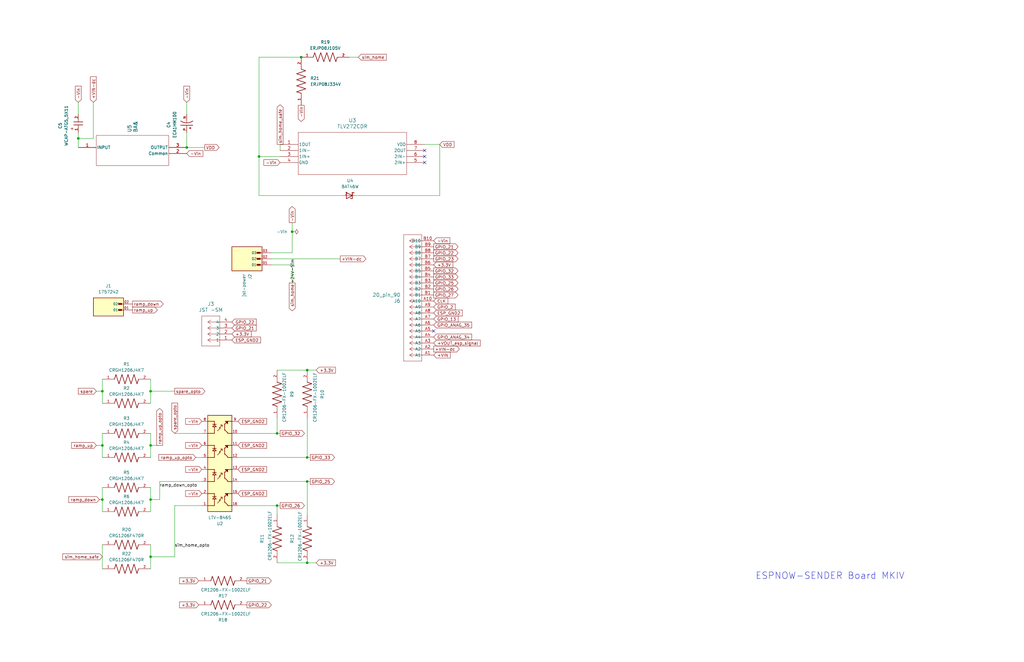
<source format=kicad_sch>
(kicad_sch (version 20250114) (generator "eeschema") (generator_version "9.0")
  (paper "USLedger")
  (lib_symbols
    (symbol "1757242:1757242" (pin_names (offset 1.016))
      (property "Reference" "J" (at -6.85 5.08 0))
      (property "Value" "1757242" (at -6.35 -5.08 0))
      (symbol "1757242_0_0"
        (pin passive line (at -10.16 2.54 0) (length 5.08) (name "01") (number "01"))
        (pin passive line (at -10.16 0 0) (length 5.08) (name "02") (number "02"))
      )
    )
    (symbol "2025-11-05_08-31-36:TLV272CDR" (pin_names (offset 0.254))
      (property "Reference" "U" (at 30.48 10.16 0))
      (property "Value" "TLV272CDR" (at 30.48 7.62 0))
      (symbol "TLV272CDR_0_1"
        (pin output line (at 0 0 0) (length 7.62) (name "1OUT") (number "1"))
        (pin input line (at 0 -2.54 0) (length 7.62) (name "1IN-") (number "2"))
        (pin input line (at 0 -5.08 0) (length 7.62) (name "1IN+") (number "3"))
        (pin power_in line (at 0 -7.62 0) (length 7.62) (name "GND") (number "4"))
        (pin power_in line (at 60.96 0 180) (length 7.62) (name "VDD") (number "8"))
        (pin output line (at 60.96 -2.54 180) (length 7.62) (name "2OUT") (number "7"))
        (pin input line (at 60.96 -5.08 180) (length 7.62) (name "2IN-") (number "6"))
        (pin input line (at 60.96 -7.62 180) (length 7.62) (name "2IN+") (number "5"))
      )
    )
    (symbol "2025-11-05_11-31-18:BA&" (pin_names (offset 0.254))
      (property "Reference" "U5" (at 21.5899 6.35 90))
      (property "Value" "BA&" (at 24.1299 6.35 90))
      (symbol "BA&_0_1"
        (pin unspecified line (at 0 0 0) (length 7.62) (name "INPUT") (number "1"))
        (pin power_out line (at 45.72 0 180) (length 7.62) (name "OUTPUT") (number "3"))
      )
      (symbol "BA&_1_1"
        (pin passive line (at 45.72 -2.54 180) (length 7.62) (name "Common") (number "2"))
      )
    )
    (symbol "20_pin_90:XC5A-2022" (pin_names (offset 0.254))
      (property "Reference" "J" (at 8.89 6.35 0))
      (property "Value" "XC5A-2022" (at 0 0 0))
      (symbol "XC5A-2022_1_1"
        (pin unspecified line (at 0 0 0) (length 5.08) (name "A1") (number "A1"))
        (pin unspecified line (at 0 -2.54 0) (length 5.08) (name "A2") (number "A2"))
        (pin unspecified line (at 0 -5.08 0) (length 5.08) (name "A3") (number "A3"))
        (pin unspecified line (at 0 -7.62 0) (length 5.08) (name "A4") (number "A4"))
        (pin unspecified line (at 0 -10.16 0) (length 5.08) (name "A5") (number "A5"))
        (pin unspecified line (at 0 -12.7 0) (length 5.08) (name "A6") (number "A6"))
        (pin unspecified line (at 0 -15.24 0) (length 5.08) (name "A7") (number "A7"))
        (pin unspecified line (at 0 -17.78 0) (length 5.08) (name "A8") (number "A8"))
        (pin unspecified line (at 0 -20.32 0) (length 5.08) (name "A9") (number "A9"))
        (pin unspecified line (at 0 -22.86 0) (length 5.08) (name "A10") (number "A10"))
        (pin unspecified line (at 0 -25.4 0) (length 5.08) (name "B1") (number "B1"))
        (pin unspecified line (at 0 -27.94 0) (length 5.08) (name "B2") (number "B2"))
        (pin unspecified line (at 0 -30.48 0) (length 5.08) (name "B3") (number "B3"))
        (pin unspecified line (at 0 -33.02 0) (length 5.08) (name "B4") (number "B4"))
        (pin unspecified line (at 0 -35.56 0) (length 5.08) (name "B5") (number "B5"))
        (pin unspecified line (at 0 -38.1 0) (length 5.08) (name "B6") (number "B6"))
        (pin unspecified line (at 0 -40.64 0) (length 5.08) (name "B7") (number "B7"))
        (pin unspecified line (at 0 -43.18 0) (length 5.08) (name "B8") (number "B8"))
        (pin unspecified line (at 0 -45.72 0) (length 5.08) (name "B9") (number "B9"))
        (pin unspecified line (at 0 -48.26 0) (length 5.08) (name "B10") (number "B10"))
      )
      (symbol "XC5A-2022_1_2"
        (pin unspecified line (at 0 0 0) (length 5.08) (name "A1") (number "A1"))
        (pin unspecified line (at 0 -2.54 0) (length 5.08) (name "A2") (number "A2"))
        (pin unspecified line (at 0 -5.08 0) (length 5.08) (name "A3") (number "A3"))
        (pin unspecified line (at 0 -7.62 0) (length 5.08) (name "A4") (number "A4"))
        (pin unspecified line (at 0 -10.16 0) (length 5.08) (name "A5") (number "A5"))
        (pin unspecified line (at 0 -12.7 0) (length 5.08) (name "A6") (number "A6"))
        (pin unspecified line (at 0 -15.24 0) (length 5.08) (name "A7") (number "A7"))
        (pin unspecified line (at 0 -17.78 0) (length 5.08) (name "A8") (number "A8"))
        (pin unspecified line (at 0 -20.32 0) (length 5.08) (name "A9") (number "A9"))
        (pin unspecified line (at 0 -22.86 0) (length 5.08) (name "A10") (number "A10"))
        (pin unspecified line (at 0 -25.4 0) (length 5.08) (name "B1") (number "B1"))
        (pin unspecified line (at 0 -27.94 0) (length 5.08) (name "B2") (number "B2"))
        (pin unspecified line (at 0 -30.48 0) (length 5.08) (name "B3") (number "B3"))
        (pin unspecified line (at 0 -33.02 0) (length 5.08) (name "B4") (number "B4"))
        (pin unspecified line (at 0 -35.56 0) (length 5.08) (name "B5") (number "B5"))
        (pin unspecified line (at 0 -38.1 0) (length 5.08) (name "B6") (number "B6"))
        (pin unspecified line (at 0 -40.64 0) (length 5.08) (name "B7") (number "B7"))
        (pin unspecified line (at 0 -43.18 0) (length 5.08) (name "B8") (number "B8"))
        (pin unspecified line (at 0 -45.72 0) (length 5.08) (name "B9") (number "B9"))
        (pin unspecified line (at 0 -48.26 0) (length 5.08) (name "B10") (number "B10"))
      )
    )
    (symbol "BAT46W:BAT46W" (pin_names (offset 1.016))
      (property "Reference" "U" (at -2.2896 1.908 0))
      (property "Value" "BAT46W" (at -2.2899 -3.4349 0))
      (symbol "BAT46W_0_0"
        (pin passive line (at -2.54 0 0) (length 2.54) (name "~") (number "2"))
        (pin passive line (at 2.54 0 180) (length 2.54) (name "~") (number "1"))
      )
    )
    (symbol "CR1206-FX-1002ELF:CR1206-FX-1002ELF" (pin_names (offset 1.016))
      (property "Reference" "R" (at -7.6244 2.5415 0))
      (property "Value" "CR1206-FX-1002ELF" (at -7.63 -5.0866 0))
      (symbol "CR1206-FX-1002ELF_0_0"
        (pin passive line (at -10.16 0 0) (length 5.08) (name "~") (number "1"))
        (pin passive line (at 10.16 0 180) (length 5.08) (name "~") (number "2"))
      )
    )
    (symbol "CRG1206F470R:CRG1206F470R" (pin_names (offset 1.016))
      (property "Reference" "R" (at -7.6244 2.5415 0))
      (property "Value" "CRG1206F470R" (at -7.63 -5.0866 0))
      (symbol "CRG1206F470R_0_0"
        (pin passive line (at -10.16 0 0) (length 5.08) (name "~") (number "1"))
        (pin passive line (at 10.16 0 180) (length 5.08) (name "~") (number "2"))
      )
    )
    (symbol "CRGH1206J4K7:CRGH1206J4K7" (pin_names (offset 1.016))
      (property "Reference" "R" (at -7.6244 2.5415 0))
      (property "Value" "CRGH1206J4K7" (at -7.63 -5.0866 0))
      (symbol "CRGH1206J4K7_0_0"
        (pin passive line (at -10.16 0 0) (length 5.08) (name "~") (number "1"))
        (pin passive line (at 10.16 0 180) (length 5.08) (name "~") (number "2"))
      )
    )
    (symbol "ECA1HM100:ECA1HM100" (pin_names (offset 1.016))
      (property "Reference" "C" (at -2.54 3.81 0))
      (property "Value" "ECA1HM100" (at -2.54 -5.08 0))
      (symbol "ECA1HM100_0_0"
        (pin passive line (at -2.54 0 0) (length 2.54) (name "~") (number "P"))
        (pin passive line (at 5.08 0 180) (length 2.54) (name "~") (number "N"))
      )
    )
    (symbol "ERJP08J105V:ERJP08J105V" (pin_names (offset 1.016))
      (property "Reference" "R" (at -7.624 2.541 0))
      (property "Value" "ERJP08J105V" (at -7.624 -5.087 0))
      (symbol "ERJP08J105V_0_0"
        (pin passive line (at -10.16 0 0) (length 5.08) (name "~") (number "1"))
        (pin passive line (at 10.16 0 180) (length 5.08) (name "~") (number "2"))
      )
    )
    (symbol "ERJP08J334V:ERJP08J334V" (pin_names (offset 1.016))
      (property "Reference" "R" (at -7.624 2.541 0))
      (property "Value" "ERJP08J334V" (at -7.624 -5.087 0))
      (symbol "ERJP08J334V_0_0"
        (pin passive line (at -10.16 0 0) (length 5.08) (name "~") (number "1"))
        (pin passive line (at 10.16 0 180) (length 5.08) (name "~") (number "2"))
      )
    )
    (symbol "LTV-846S:LTV-846S" (pin_names (offset 1.016))
      (property "Reference" "U" (at -5.08 21.082 0))
      (property "Value" "LTV-846S" (at -5.08 -22.86 0))
      (symbol "LTV-846S_0_0"
        (pin passive line (at -7.62 17.78 0) (length 2.54) (name "~") (number "1"))
        (pin passive line (at -7.62 12.7 0) (length 2.54) (name "~") (number "2"))
        (pin passive line (at -7.62 7.62 0) (length 2.54) (name "~") (number "3"))
        (pin passive line (at -7.62 2.54 0) (length 2.54) (name "~") (number "4"))
        (pin passive line (at -7.62 -2.54 0) (length 2.54) (name "~") (number "5"))
        (pin passive line (at -7.62 -7.62 0) (length 2.54) (name "~") (number "6"))
        (pin passive line (at -7.62 -12.7 0) (length 2.54) (name "~") (number "7"))
        (pin passive line (at -7.62 -17.78 0) (length 2.54) (name "~") (number "8"))
        (pin passive line (at 7.62 17.78 180) (length 2.54) (name "~") (number "16"))
        (pin passive line (at 7.62 12.7 180) (length 2.54) (name "~") (number "15"))
        (pin passive line (at 7.62 7.62 180) (length 2.54) (name "~") (number "14"))
        (pin passive line (at 7.62 2.54 180) (length 2.54) (name "~") (number "13"))
        (pin passive line (at 7.62 -2.54 180) (length 2.54) (name "~") (number "12"))
        (pin passive line (at 7.62 -7.62 180) (length 2.54) (name "~") (number "11"))
        (pin passive line (at 7.62 -12.7 180) (length 2.54) (name "~") (number "10"))
        (pin passive line (at 7.62 -17.78 180) (length 2.54) (name "~") (number "9"))
      )
    )
    (symbol "WCAP-ATG5_5X11:WCAP-ATG5_5X11" (pin_names (offset 1.016))
      (property "Reference" "C" (at 1.175 3.38 0))
      (property "Value" "WCAP-ATG5_5X11" (at 0.915 -5.075 0))
      (symbol "WCAP-ATG5_5X11_0_0"
        (text "+" (at 2.54 -1.905 0) (effects (font (size 1.4224 1.4224)) (justify left bottom)))
        (pin passive line (at -2.54 0 0) (length 2.54) (name "~") (number "2"))
        (pin passive line (at 5.08 0 180) (length 2.54) (name "~") (number "1"))
      )
    )
    (symbol "custom_library:JCT" (pin_names (offset 0.254))
      (property "Reference" "J3" (at 8.89 -15.24 0))
      (property "Value" "JCT" (at 8.89 -12.7 0))
      (symbol "JCT_1_1"
        (pin power_in line (at 0 0 0) (length 5.08) (name "1") (number "1"))
        (pin power_in line (at 0 -2.54 0) (length 5.08) (name "2") (number "2"))
        (pin input line (at 0 -5.08 0) (length 5.08) (name "3") (number "3"))
        (pin input line (at 0 -7.62 0) (length 5.08) (name "4") (number "4"))
      )
      (symbol "JCT_1_2"
        (pin unspecified line (at 0 0 0) (length 5.08) (name "1") (number "1"))
        (pin unspecified line (at 0 -2.54 0) (length 5.08) (name "2") (number "2"))
        (pin unspecified line (at 0 -5.08 0) (length 5.08) (name "3") (number "3"))
        (pin unspecified line (at 0 -7.62 0) (length 5.08) (name "4") (number "4"))
      )
    )
    (symbol "custom_library:jst-power" (pin_names (offset 1.016))
      (property "Reference" "J2" (at 10.16 -1.778 90))
      (property "Value" "jst-power" (at 12.446 -4.572 90))
      (symbol "jst-power_0_0"
        (pin passive line (at -10.16 2.54 0) (length 5.08) (name "01") (number "01"))
        (pin power_out line (at -10.16 0 0) (length 5.08) (name "02") (number "02"))
        (pin passive line (at -10.16 -2.54 0) (length 5.08) (name "03") (number "03"))
      )
    )
    (symbol "power:PWR_FLAG" (power) (pin_numbers (hide yes)) (pin_names (offset 0) (hide yes))
      (property "Value" "PWR_FLAG" (at 0 3.81 0))
      (symbol "PWR_FLAG_0_0"
        (pin power_out line (at 0 0 90) (length 0) (name "~") (number "1"))
      )
    )
  )
  (text "ESPNOW-SENDER Board MKIV\n\n" (at 350.012 245.364 0) (effects (font (size 2.794 2.794))))
  (junction (at 129.54 203.2))
  (junction (at 63.5 234.95))
  (junction (at 78.74 62.23))
  (junction (at 129.54 237.49))
  (junction (at 63.5 210.82))
  (junction (at 123.19 97.79))
  (junction (at 43.18 210.82))
  (junction (at 127 24.13))
  (junction (at 116.84 182.88))
  (junction (at 109.22 66.04))
  (junction (at 43.18 187.96))
  (junction (at 33.02 58.42))
  (junction (at 43.18 165.1))
  (junction (at 129.54 156.21))
  (junction (at 63.5 187.96))
  (junction (at 129.54 193.04))
  (junction (at 63.5 165.1))
  (junction (at 116.84 213.36))
  (no_connect (at 179.07 68.58))
  (no_connect (at 179.07 63.5))
  (no_connect (at 182.88 139.7))
  (no_connect (at 179.07 66.04))
  (wire (pts (xy 63.5 205.74) (xy 63.5 210.82)))
  (wire (pts (xy 109.22 24.13) (xy 127 24.13)))
  (wire (pts (xy 123.19 97.79) (xy 123.19 93.98)))
  (wire (pts (xy 63.5 234.95) (xy 73.66 234.95)))
  (wire (pts (xy 43.18 182.88) (xy 43.18 187.96)))
  (wire (pts (xy 78.74 48.26) (xy 78.74 43.18)))
  (wire (pts (xy 100.33 213.36) (xy 116.84 213.36)))
  (wire (pts (xy 185.42 82.55) (xy 185.42 60.96)))
  (wire (pts (xy 43.18 160.02) (xy 43.18 165.1)))
  (wire (pts (xy 129.54 203.2) (xy 129.54 217.17)))
  (wire (pts (xy 129.54 203.2) (xy 130.81 203.2)))
  (wire (pts (xy 116.84 156.21) (xy 129.54 156.21)))
  (wire (pts (xy 114.3 106.68) (xy 123.19 106.68)))
  (wire (pts (xy 118.11 60.96) (xy 118.11 63.5)))
  (wire (pts (xy 67.31 203.2) (xy 85.09 203.2)))
  (wire (pts (xy 63.5 234.95) (xy 63.5 240.03)))
  (wire (pts (xy 147.32 24.13) (xy 151.13 24.13)))
  (wire (pts (xy 63.5 229.87) (xy 63.5 234.95)))
  (wire (pts (xy 43.18 205.74) (xy 43.18 210.82)))
  (wire (pts (xy 33.02 48.26) (xy 33.02 43.18)))
  (wire (pts (xy 63.5 210.82) (xy 63.5 215.9)))
  (wire (pts (xy 39.37 58.42) (xy 33.02 58.42)))
  (wire (pts (xy 41.91 210.82) (xy 43.18 210.82)))
  (wire (pts (xy 43.18 210.82) (xy 43.18 215.9)))
  (wire (pts (xy 116.84 176.53) (xy 116.84 182.88)))
  (wire (pts (xy 100.33 203.2) (xy 129.54 203.2)))
  (wire (pts (xy 40.64 187.96) (xy 43.18 187.96)))
  (wire (pts (xy 73.66 213.36) (xy 73.66 234.95)))
  (wire (pts (xy 43.18 229.87) (xy 43.18 240.03)))
  (wire (pts (xy 123.19 111.76) (xy 123.19 119.38)))
  (wire (pts (xy 109.22 82.55) (xy 144.78 82.55)))
  (wire (pts (xy 73.66 182.88) (xy 85.09 182.88)))
  (wire (pts (xy 33.02 62.23) (xy 33.02 58.42)))
  (wire (pts (xy 39.37 43.18) (xy 39.37 58.42)))
  (wire (pts (xy 63.5 165.1) (xy 63.5 170.18)))
  (wire (pts (xy 63.5 160.02) (xy 63.5 165.1)))
  (wire (pts (xy 63.5 210.82) (xy 67.31 210.82)))
  (wire (pts (xy 114.3 109.22) (xy 143.51 109.22)))
  (wire (pts (xy 116.84 217.17) (xy 116.84 213.36)))
  (wire (pts (xy 78.74 62.23) (xy 86.36 62.23)))
  (wire (pts (xy 123.19 106.68) (xy 123.19 97.79)))
  (wire (pts (xy 123.19 111.76) (xy 114.3 111.76)))
  (wire (pts (xy 116.84 182.88) (xy 118.11 182.88)))
  (wire (pts (xy 109.22 66.04) (xy 109.22 82.55)))
  (wire (pts (xy 82.55 193.04) (xy 85.09 193.04)))
  (wire (pts (xy 185.42 60.96) (xy 179.07 60.96)))
  (wire (pts (xy 33.02 58.42) (xy 33.02 55.88)))
  (wire (pts (xy 63.5 187.96) (xy 67.31 187.96)))
  (wire (pts (xy 129.54 193.04) (xy 130.81 193.04)))
  (wire (pts (xy 116.84 213.36) (xy 118.11 213.36)))
  (wire (pts (xy 100.33 193.04) (xy 129.54 193.04)))
  (wire (pts (xy 129.54 156.21) (xy 133.35 156.21)))
  (wire (pts (xy 43.18 165.1) (xy 43.18 170.18)))
  (wire (pts (xy 43.18 187.96) (xy 43.18 193.04)))
  (wire (pts (xy 63.5 182.88) (xy 63.5 187.96)))
  (wire (pts (xy 63.5 187.96) (xy 63.5 193.04)))
  (wire (pts (xy 149.86 82.55) (xy 185.42 82.55)))
  (wire (pts (xy 100.33 182.88) (xy 116.84 182.88)))
  (wire (pts (xy 63.5 165.1) (xy 73.66 165.1)))
  (wire (pts (xy 116.84 237.49) (xy 129.54 237.49)))
  (wire (pts (xy 129.54 176.53) (xy 129.54 193.04)))
  (wire (pts (xy 67.31 203.2) (xy 67.31 210.82)))
  (wire (pts (xy 109.22 66.04) (xy 109.22 24.13)))
  (wire (pts (xy 118.11 66.04) (xy 109.22 66.04)))
  (wire (pts (xy 129.54 237.49) (xy 133.35 237.49)))
  (wire (pts (xy 78.74 62.23) (xy 78.74 55.88)))
  (wire (pts (xy 73.66 213.36) (xy 85.09 213.36)))
  (wire (pts (xy 40.64 165.1) (xy 43.18 165.1)))
  (label "ramp_down_opto" (at 67.31 205.74 0))
  (label "sim_home_opto" (at 73.66 231.14 0))
  (label "+24V-Sim" (at 124.46 109.22 270))
  (global_label "GPIO_2" (shape input) (at 182.88 129.54 0) (property "Intersheetrefs" "${INTERSHEET_REFS}" (effects (hide yes))))
  (global_label "ESP_GND2" (shape input) (at 100.33 177.8 0) (property "Intersheetrefs" "${INTERSHEET_REFS}" (effects (hide yes))))
  (global_label "+3.3V" (shape input) (at 83.82 255.27 180) (property "Intersheetrefs" "${INTERSHEET_REFS}" (effects (hide yes))))
  (global_label "spare" (shape input) (at 40.64 165.1 180) (property "Intersheetrefs" "${INTERSHEET_REFS}" (effects (hide yes))))
  (global_label "-Vin" (shape input) (at 85.09 177.8 180) (property "Intersheetrefs" "${INTERSHEET_REFS}" (effects (hide yes))))
  (global_label "ESP_GND2" (shape input) (at 100.33 187.96 0) (property "Intersheetrefs" "${INTERSHEET_REFS}" (effects (hide yes))))
  (global_label "GPIO_25" (shape output) (at 182.88 119.38 0) (property "Intersheetrefs" "${INTERSHEET_REFS}" (effects (hide yes))))
  (global_label "sim_home_safe" (shape input) (at 43.18 234.95 180) (property "Intersheetrefs" "${INTERSHEET_REFS}" (effects (hide yes))))
  (global_label "+VIN" (shape input) (at 182.88 149.86 0) (property "Intersheetrefs" "${INTERSHEET_REFS}" (effects (hide yes))))
  (global_label "-Vin" (shape input) (at 85.09 187.96 180) (property "Intersheetrefs" "${INTERSHEET_REFS}" (effects (hide yes))))
  (global_label "ramp_up_opto" (shape input) (at 82.55 193.04 180) (property "Intersheetrefs" "${INTERSHEET_REFS}" (effects (hide yes))))
  (global_label "GPIO_21" (shape output) (at 104.14 245.11 0) (property "Intersheetrefs" "${INTERSHEET_REFS}" (effects (hide yes))))
  (global_label "GPIO_22" (shape output) (at 182.88 106.68 0) (property "Intersheetrefs" "${INTERSHEET_REFS}" (effects (hide yes))))
  (global_label "CLK" (shape input) (at 182.88 127 0) (property "Intersheetrefs" "${INTERSHEET_REFS}" (effects (hide yes))))
  (global_label "+VIN-dc" (shape output) (at 143.51 109.22 0) (property "Intersheetrefs" "${INTERSHEET_REFS}" (effects (hide yes))))
  (global_label "GPIO_21" (shape input) (at 97.79 138.43 0) (property "Intersheetrefs" "${INTERSHEET_REFS}" (effects (hide yes))))
  (global_label "+VIN-dc" (shape input) (at 39.37 43.18 90) (property "Intersheetrefs" "${INTERSHEET_REFS}" (effects (hide yes))))
  (global_label "-Vin" (shape output) (at 123.19 93.98 90) (property "Intersheetrefs" "${INTERSHEET_REFS}" (effects (hide yes))))
  (global_label "ramp_up_opto" (shape output) (at 67.31 187.96 90) (property "Intersheetrefs" "${INTERSHEET_REFS}" (effects (hide yes))))
  (global_label "+3.3V" (shape input) (at 182.88 111.76 0) (property "Intersheetrefs" "${INTERSHEET_REFS}" (effects (hide yes))))
  (global_label "GPIO_ANAG_34" (shape input) (at 182.88 142.24 0) (property "Intersheetrefs" "${INTERSHEET_REFS}" (effects (hide yes))))
  (global_label "ESP_GND2" (shape input) (at 100.33 208.28 0) (property "Intersheetrefs" "${INTERSHEET_REFS}" (effects (hide yes))))
  (global_label "-Vin" (shape input) (at 78.74 43.18 90) (property "Intersheetrefs" "${INTERSHEET_REFS}" (effects (hide yes))))
  (global_label "sim_home" (shape input) (at 151.13 24.13 0) (property "Intersheetrefs" "${INTERSHEET_REFS}" (effects (hide yes))))
  (global_label "-Vin" (shape input) (at 118.11 68.58 180) (property "Intersheetrefs" "${INTERSHEET_REFS}" (effects (hide yes))))
  (global_label "GPIO_25" (shape output) (at 130.81 203.2 0) (property "Intersheetrefs" "${INTERSHEET_REFS}" (effects (hide yes))))
  (global_label "-Vin" (shape input) (at 85.09 208.28 180) (property "Intersheetrefs" "${INTERSHEET_REFS}" (effects (hide yes))))
  (global_label "+3.3V" (shape input) (at 133.35 156.21 0) (property "Intersheetrefs" "${INTERSHEET_REFS}" (effects (hide yes))))
  (global_label "GPIO_32" (shape output) (at 118.11 182.88 0) (property "Intersheetrefs" "${INTERSHEET_REFS}" (effects (hide yes))))
  (global_label "spare_opto" (shape input) (at 73.66 182.88 90) (property "Intersheetrefs" "${INTERSHEET_REFS}" (effects (hide yes))))
  (global_label "-Vin" (shape input) (at 78.74 64.77 0) (property "Intersheetrefs" "${INTERSHEET_REFS}" (effects (hide yes))))
  (global_label "GPIO_23" (shape output) (at 182.88 109.22 0) (property "Intersheetrefs" "${INTERSHEET_REFS}" (effects (hide yes))))
  (global_label "+3.3V" (shape input) (at 133.35 237.49 0) (property "Intersheetrefs" "${INTERSHEET_REFS}" (effects (hide yes))))
  (global_label "GPIO_33" (shape output) (at 182.88 116.84 0) (property "Intersheetrefs" "${INTERSHEET_REFS}" (effects (hide yes))))
  (global_label "spare_opto" (shape output) (at 73.66 165.1 0) (property "Intersheetrefs" "${INTERSHEET_REFS}" (effects (hide yes))))
  (global_label "GPIO_27" (shape output) (at 182.88 124.46 0) (property "Intersheetrefs" "${INTERSHEET_REFS}" (effects (hide yes))))
  (global_label "VDD" (shape input) (at 185.42 60.96 0) (property "Intersheetrefs" "${INTERSHEET_REFS}" (effects (hide yes))))
  (global_label "GPIO_26" (shape output) (at 182.88 121.92 0) (property "Intersheetrefs" "${INTERSHEET_REFS}" (effects (hide yes))))
  (global_label "+3.3V" (shape input) (at 97.79 140.97 0) (property "Intersheetrefs" "${INTERSHEET_REFS}" (effects (hide yes))))
  (global_label "-Vin" (shape input) (at 85.09 198.12 180) (property "Intersheetrefs" "${INTERSHEET_REFS}" (effects (hide yes))))
  (global_label "-Vin" (shape input) (at 182.88 101.6 0) (property "Intersheetrefs" "${INTERSHEET_REFS}" (effects (hide yes))))
  (global_label "GPIO_22" (shape output) (at 104.14 255.27 0) (property "Intersheetrefs" "${INTERSHEET_REFS}" (effects (hide yes))))
  (global_label "-Vin" (shape input) (at 33.02 43.18 90) (property "Intersheetrefs" "${INTERSHEET_REFS}" (effects (hide yes))))
  (global_label "GPIO_22" (shape input) (at 97.79 135.89 0) (property "Intersheetrefs" "${INTERSHEET_REFS}" (effects (hide yes))))
  (global_label "ramp_down" (shape input) (at 41.91 210.82 180) (property "Intersheetrefs" "${INTERSHEET_REFS}" (effects (hide yes))))
  (global_label "sim_home" (shape output) (at 123.19 119.38 270) (property "Intersheetrefs" "${INTERSHEET_REFS}" (effects (hide yes))))
  (global_label "GPIO_26" (shape output) (at 118.11 213.36 0) (property "Intersheetrefs" "${INTERSHEET_REFS}" (effects (hide yes))))
  (global_label "+VIN-dc" (shape output) (at 182.88 147.32 0) (property "Intersheetrefs" "${INTERSHEET_REFS}" (effects (hide yes))))
  (global_label "GPIO_ANAG_35" (shape input) (at 182.88 137.16 0) (property "Intersheetrefs" "${INTERSHEET_REFS}" (effects (hide yes))))
  (global_label "GPIO_33" (shape output) (at 130.81 193.04 0) (property "Intersheetrefs" "${INTERSHEET_REFS}" (effects (hide yes))))
  (global_label "-Vin" (shape output) (at 127 44.45 270) (property "Intersheetrefs" "${INTERSHEET_REFS}" (effects (hide yes))))
  (global_label "ramp_up" (shape output) (at 55.88 130.81 0) (property "Intersheetrefs" "${INTERSHEET_REFS}" (effects (hide yes))))
  (global_label "ESP_GND2" (shape input) (at 97.79 143.51 0) (property "Intersheetrefs" "${INTERSHEET_REFS}" (effects (hide yes))))
  (global_label "+VOUT_esp_signal" (shape input) (at 182.88 144.78 0) (property "Intersheetrefs" "${INTERSHEET_REFS}" (effects (hide yes))))
  (global_label "GPIO_21" (shape output) (at 182.88 104.14 0) (property "Intersheetrefs" "${INTERSHEET_REFS}" (effects (hide yes))))
  (global_label "sim_home_safe" (shape output) (at 118.11 60.96 90) (property "Intersheetrefs" "${INTERSHEET_REFS}" (effects (hide yes))))
  (global_label "ramp_up" (shape input) (at 40.64 187.96 180) (property "Intersheetrefs" "${INTERSHEET_REFS}" (effects (hide yes))))
  (global_label "VDD" (shape output) (at 86.36 62.23 0) (property "Intersheetrefs" "${INTERSHEET_REFS}" (effects (hide yes))))
  (global_label "GPIO_32" (shape output) (at 182.88 114.3 0) (property "Intersheetrefs" "${INTERSHEET_REFS}" (effects (hide yes))))
  (global_label "ESP_GND2" (shape input) (at 182.88 132.08 0) (property "Intersheetrefs" "${INTERSHEET_REFS}" (effects (hide yes))))
  (global_label "ramp_down" (shape output) (at 55.88 128.27 0) (property "Intersheetrefs" "${INTERSHEET_REFS}" (effects (hide yes))))
  (global_label "+3.3V" (shape input) (at 83.82 245.11 180) (property "Intersheetrefs" "${INTERSHEET_REFS}" (effects (hide yes))))
  (global_label "ESP_GND2" (shape input) (at 100.33 198.12 0) (property "Intersheetrefs" "${INTERSHEET_REFS}" (effects (hide yes))))
  (global_label "GPIO_13" (shape input) (at 182.88 134.62 0) (property "Intersheetrefs" "${INTERSHEET_REFS}" (effects (hide yes))))
  (symbol (lib_id "custom_library:JCT") (at 97.79 143.51 180) (unit 1)
    (property "Reference" "J3" (at 88.9 128.27 0) (effects (font (size 1.524 1.524))))
    (property "Value" "JST -SM" (at 88.9 130.81 0) (effects (font (size 1.524 1.524))))
    (property "Footprint" "footprints:CONN_BM04B-SRSS-TB_SPK" (effects (hide yes)))
    (property "Datasheet" "PRT-16766" (effects (hide yes)))
  )
  (symbol (lib_id "CRG1206F470R:CRG1206F470R") (at 53.34 229.87 0) (unit 1)
    (property "Reference" "R20" (at 53.34 223.52 0))
    (property "Value" "CRG1206F470R" (at 53.34 226.06 0))
    (property "Footprint" "footprints:RESC3115X65N" (effects (hide yes)))
  )
  (symbol (lib_id "CRGH1206J4K7:CRGH1206J4K7") (at 53.34 170.18 0) (unit 1)
    (property "Reference" "R2" (at 53.34 163.83 0))
    (property "Value" "CRGH1206J4K7" (at 53.34 166.37 0))
    (property "Footprint" "footprints:RESC3115X65N" (effects (hide yes)))
  )
  (symbol (lib_id "BAT46W:BAT46W") (at 147.32 82.55 0) (unit 1)
    (property "Reference" "U4" (at 147.6375 76.2 0))
    (property "Value" "BAT46W" (at 147.6375 78.74 0))
    (property "Footprint" "footprints:SOD123F" (effects (hide yes)))
  )
  (symbol (lib_id "ECA1HM100:ECA1HM100") (at 78.74 53.34 90) (unit 1)
    (property "Reference" "C4" (at 71.12 52.6434 0))
    (property "Value" "ECA1HM100" (at 73.66 52.6434 0))
    (property "Footprint" "footprints:CAPPRD200W50D500H1100" (effects (hide yes)))
    (property "MF" "PANASONIC" (effects (hide yes)))
    (property "b_max" "0.55" (effects (hide yes)))
    (property "DESCRIPTION" "M-A" (effects (hide yes)))
    (property "b_nom" "0.5" (effects (hide yes)))
    (property "PARTREV" "20-DEC-19" (effects (hide yes)))
    (property "A_max" "11" (effects (hide yes)))
    (property "D_nom" "5" (effects (hide yes)))
    (property "e_nom" "2" (effects (hide yes)))
  )
  (symbol (lib_id "20_pin_90:XC5A-2022") (at 182.88 149.86 180) (unit 1)
    (property "Reference" "J6" (at 168.91 127.0001 0) (effects (font (size 1.524 1.524)) (justify left)))
    (property "Value" "20_pin_90" (at 168.91 124.4601 0) (effects (font (size 1.524 1.524)) (justify left)))
    (property "Footprint" "footprints:20_pin_90" (effects (hide yes)))
    (property "Datasheet" "XC5A-2022" (effects (hide yes)))
  )
  (symbol (lib_id "CR1206-FX-1002ELF:CR1206-FX-1002ELF") (at 129.54 227.33 270) (unit 1)
    (property "Reference" "R12" (at 123.19 227.33 0))
    (property "Value" "CR1206-FX-1002ELF" (at 126.492 226.314 0))
    (property "Footprint" "footprints:RESC3216X75N" (effects (hide yes)))
  )
  (symbol (lib_id "WCAP-ATG5_5X11:WCAP-ATG5_5X11") (at 33.02 50.8 270) (unit 1)
    (property "Reference" "C5" (at 25.4 53.0369 0))
    (property "Value" "WCAP-ATG5_5X11" (at 27.94 53.0369 0))
    (property "Footprint" "footprints:WCAP-ATG5_5X11_DXL_" (effects (hide yes)))
  )
  (symbol (lib_id "1757242:1757242") (at 45.72 128.27 180) (unit 1)
    (property "Reference" "J1" (at 45.72 120.65 0))
    (property "Value" "1757242" (at 45.72 123.19 0))
    (property "Footprint" "footprints:PHOENIX_1757242" (effects (hide yes)))
    (property "PARTREV" "28.07.2023" (effects (hide yes)))
    (property "STANDARD" "Manufacturer Recommendations" (effects (hide yes)))
    (property "MANUFACTURER" "Phoenix Contact" (effects (hide yes)))
  )
  (symbol (lib_id "CRGH1206J4K7:CRGH1206J4K7") (at 53.34 160.02 0) (unit 1)
    (property "Reference" "R1" (at 53.34 153.67 0))
    (property "Value" "CRGH1206J4K7" (at 53.34 156.21 0))
    (property "Footprint" "footprints:RESC3115X65N" (effects (hide yes)))
  )
  (symbol (lib_id "CR1206-FX-1002ELF:CR1206-FX-1002ELF") (at 116.84 227.33 270) (unit 1)
    (property "Reference" "R11" (at 110.49 227.33 0))
    (property "Value" "CR1206-FX-1002ELF" (at 113.792 226.06 0))
    (property "Footprint" "footprints:RESC3216X75N" (effects (hide yes)))
  )
  (symbol (lib_id "CRGH1206J4K7:CRGH1206J4K7") (at 53.34 193.04 0) (unit 1)
    (property "Reference" "R4" (at 53.34 186.69 0))
    (property "Value" "CRGH1206J4K7" (at 53.34 189.23 0))
    (property "Footprint" "footprints:RESC3015X65N" (effects (hide yes)))
  )
  (symbol (lib_id "2025-11-05_08-31-36:TLV272CDR") (at 118.11 60.96 0) (unit 1)
    (property "Reference" "U3" (at 148.59 50.8 0) (effects (font (size 1.524 1.524))))
    (property "Value" "TLV272CDR" (at 148.59 53.34 0) (effects (font (size 1.524 1.524))))
    (property "Footprint" "footprints:D8" (effects (hide yes)))
    (property "Datasheet" "https://www.ti.com/lit/gpn/tlv272" (effects (hide yes)))
  )
  (symbol (lib_id "CR1206-FX-1002ELF:CR1206-FX-1002ELF") (at 129.54 166.37 90) (unit 1)
    (property "Reference" "R10" (at 135.89 166.37 0))
    (property "Value" "CR1206-FX-1002ELF" (at 132.842 167.64 0))
    (property "Footprint" "footprints:RESC3216X75N" (effects (hide yes)))
  )
  (symbol (lib_id "power:PWR_FLAG") (at 123.19 97.79 270) (unit 1)
    (property "Reference" "#FLG01" (effects (hide yes)))
    (property "Value" "-Vin" (at 116.586 97.79 90) (effects (justify left)))
    (property "Description" "Special symbol for telling ERC where power comes from" (effects (hide yes)))
  )
  (symbol (lib_id "custom_library:jst-power") (at 104.14 109.22 180) (unit 1)
    (property "Reference" "J2" (at 105.4101 115.57 90) (effects (justify left)))
    (property "Value" "jst-power" (at 102.8701 115.57 90) (effects (justify left)))
    (property "Footprint" "footprints:PHOENIX_1757255" (effects (hide yes)))
    (property "PARTREV" "28.07.2023" (effects (hide yes)))
    (property "STANDARD" "Manufacturer Recommendations" (effects (hide yes)))
    (property "MANUFACTURER" "Phoenix Contact" (effects (hide yes)))
  )
  (symbol (lib_id "CR1206-FX-1002ELF:CR1206-FX-1002ELF") (at 93.98 255.27 0) (unit 1)
    (property "Reference" "R18" (at 93.98 261.62 0))
    (property "Value" "CR1206-FX-1002ELF" (at 95.25 259.08 0))
    (property "Footprint" "footprints:RESC3216X75N" (effects (hide yes)))
  )
  (symbol (lib_id "CRGH1206J4K7:CRGH1206J4K7") (at 53.34 215.9 0) (unit 1)
    (property "Reference" "R6" (at 53.34 209.55 0))
    (property "Value" "CRGH1206J4K7" (at 53.34 212.09 0))
    (property "Footprint" "footprints:RESC3115X65N" (effects (hide yes)))
  )
  (symbol (lib_id "CRGH1206J4K7:CRGH1206J4K7") (at 53.34 205.74 0) (unit 1)
    (property "Reference" "R5" (at 53.34 199.39 0))
    (property "Value" "CRGH1206J4K7" (at 53.34 201.93 0))
    (property "Footprint" "footprints:RESC3115X65N" (effects (hide yes)))
  )
  (symbol (lib_id "LTV-846S:LTV-846S") (at 92.71 195.58 0) (mirror x) (unit 1)
    (property "Reference" "U2" (at 92.71 220.98 0))
    (property "Value" "LTV-846S" (at 92.71 218.44 0))
    (property "Footprint" "footprints:SOIC254P1016X460-16N" (effects (hide yes)))
    (property "PARTREV" "H" (effects (hide yes)))
    (property "MANUFACTURER" "Lite-on" (effects (hide yes)))
    (property "MAXIMUM_PACKAGE_HEIGHT" "4.6mm" (effects (hide yes)))
    (property "STANDARD" "IPC-7351B" (effects (hide yes)))
  )
  (symbol (lib_id "ERJP08J105V:ERJP08J105V") (at 137.16 24.13 0) (unit 1)
    (property "Reference" "R19" (at 137.16 17.78 0))
    (property "Value" "ERJP08J105V" (at 137.16 20.32 0))
    (property "Footprint" "footprints:RES_ERJP08J105V" (effects (hide yes)))
    (property "PARTREV" "3/1/2020" (effects (hide yes)))
    (property "STANDARD" "Manufacturer Recommendations" (effects (hide yes)))
    (property "MAXIMUM_PACKAGE_HEIGHT" "0.6 mm" (effects (hide yes)))
    (property "MANUFACTURER" "Panasonic" (effects (hide yes)))
  )
  (symbol (lib_id "CRG1206F470R:CRG1206F470R") (at 53.34 240.03 0) (unit 1)
    (property "Reference" "R22" (at 53.34 233.68 0))
    (property "Value" "CRG1206F470R" (at 53.34 236.22 0))
    (property "Footprint" "footprints:RESC3115X65N" (effects (hide yes)))
  )
  (symbol (lib_id "2025-11-05_11-31-18:BA&") (at 33.02 62.23 0) (unit 1)
    (property "Reference" "U5" (at 54.6099 55.88 90) (effects (font (size 1.524 1.524)) (justify left)))
    (property "Value" "BA&" (at 57.1499 55.88 90) (effects (font (size 1.524 1.524)) (justify left)))
    (property "Footprint" "footprints:TO252-3_ROM" (effects (hide yes)))
    (property "Datasheet" "BA7815FP-E2" (effects (hide yes)))
  )
  (symbol (lib_id "CRGH1206J4K7:CRGH1206J4K7") (at 53.34 182.88 0) (unit 1)
    (property "Reference" "R3" (at 53.34 176.53 0))
    (property "Value" "CRGH1206J4K7" (at 53.34 179.07 0))
    (property "Footprint" "footprints:RESC3115X65N" (effects (hide yes)))
  )
  (symbol (lib_id "CR1206-FX-1002ELF:CR1206-FX-1002ELF") (at 93.98 245.11 0) (unit 1)
    (property "Reference" "R17" (at 93.98 251.46 0))
    (property "Value" "CR1206-FX-1002ELF" (at 95.25 248.92 0))
    (property "Footprint" "footprints:RESC3216X75N" (effects (hide yes)))
  )
  (symbol (lib_id "ERJP08J334V:ERJP08J334V") (at 127 34.29 90) (unit 1)
    (property "Reference" "R21" (at 130.81 33.0199 90) (effects (justify right)))
    (property "Value" "ERJP08J334V" (at 130.81 35.5599 90) (effects (justify right)))
    (property "Footprint" "footprints:RES_ERJP08J334V" (effects (hide yes)))
    (property "PARTREV" "3/1/2020" (effects (hide yes)))
    (property "STANDARD" "Manufacturer Recommendations" (effects (hide yes)))
    (property "MAXIMUM_PACKAGE_HEIGHT" "0.6 mm" (effects (hide yes)))
    (property "MANUFACTURER" "Panasonic" (effects (hide yes)))
  )
  (symbol (lib_id "CR1206-FX-1002ELF:CR1206-FX-1002ELF") (at 116.84 166.37 90) (unit 1)
    (property "Reference" "R9" (at 123.19 166.37 0))
    (property "Value" "CR1206-FX-1002ELF" (at 119.888 167.64 0))
    (property "Footprint" "footprints:RESC3216X75N" (effects (hide yes)))
  )
)
</source>
